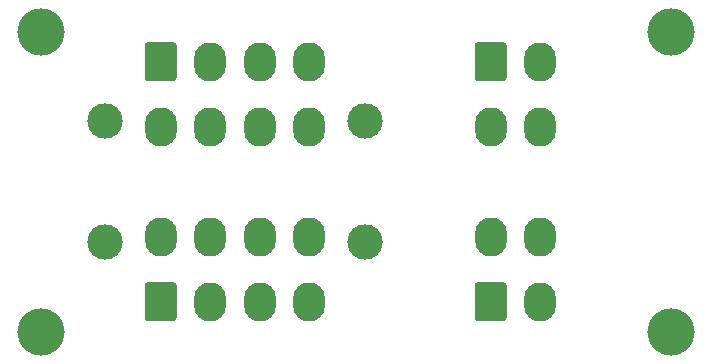
<source format=gbr>
%TF.GenerationSoftware,KiCad,Pcbnew,(5.1.9)-1*%
%TF.CreationDate,2021-11-10T12:24:04-07:00*%
%TF.ProjectId,ABSIS_Bulkhead_Connector,41425349-535f-4427-956c-6b686561645f,rev?*%
%TF.SameCoordinates,Original*%
%TF.FileFunction,Soldermask,Top*%
%TF.FilePolarity,Negative*%
%FSLAX46Y46*%
G04 Gerber Fmt 4.6, Leading zero omitted, Abs format (unit mm)*
G04 Created by KiCad (PCBNEW (5.1.9)-1) date 2021-11-10 12:24:04*
%MOMM*%
%LPD*%
G01*
G04 APERTURE LIST*
%ADD10O,2.700000X3.300000*%
%ADD11C,3.000000*%
%ADD12C,4.000000*%
G04 APERTURE END LIST*
D10*
%TO.C,J4*%
X146440000Y-78320000D03*
X142240000Y-78320000D03*
X146440000Y-83820000D03*
G36*
G01*
X140890000Y-85219999D02*
X140890000Y-82420001D01*
G75*
G02*
X141140001Y-82170000I250001J0D01*
G01*
X143339999Y-82170000D01*
G75*
G02*
X143590000Y-82420001I0J-250001D01*
G01*
X143590000Y-85219999D01*
G75*
G02*
X143339999Y-85470000I-250001J0D01*
G01*
X141140001Y-85470000D01*
G75*
G02*
X140890000Y-85219999I0J250001D01*
G01*
G37*
%TD*%
D11*
%TO.C,J3*%
X131600000Y-78780000D03*
X109600000Y-78780000D03*
D10*
X126900000Y-78320000D03*
X122700000Y-78320000D03*
X118500000Y-78320000D03*
X114300000Y-78320000D03*
X126900000Y-83820000D03*
X122700000Y-83820000D03*
X118500000Y-83820000D03*
G36*
G01*
X112950000Y-85219999D02*
X112950000Y-82420001D01*
G75*
G02*
X113200001Y-82170000I250001J0D01*
G01*
X115399999Y-82170000D01*
G75*
G02*
X115650000Y-82420001I0J-250001D01*
G01*
X115650000Y-85219999D01*
G75*
G02*
X115399999Y-85470000I-250001J0D01*
G01*
X113200001Y-85470000D01*
G75*
G02*
X112950000Y-85219999I0J250001D01*
G01*
G37*
%TD*%
%TO.C,J2*%
X146440000Y-69000000D03*
X142240000Y-69000000D03*
X146440000Y-63500000D03*
G36*
G01*
X140890000Y-64899999D02*
X140890000Y-62100001D01*
G75*
G02*
X141140001Y-61850000I250001J0D01*
G01*
X143339999Y-61850000D01*
G75*
G02*
X143590000Y-62100001I0J-250001D01*
G01*
X143590000Y-64899999D01*
G75*
G02*
X143339999Y-65150000I-250001J0D01*
G01*
X141140001Y-65150000D01*
G75*
G02*
X140890000Y-64899999I0J250001D01*
G01*
G37*
%TD*%
D11*
%TO.C,J1*%
X131600000Y-68540000D03*
X109600000Y-68540000D03*
D10*
X126900000Y-69000000D03*
X122700000Y-69000000D03*
X118500000Y-69000000D03*
X114300000Y-69000000D03*
X126900000Y-63500000D03*
X122700000Y-63500000D03*
X118500000Y-63500000D03*
G36*
G01*
X112950000Y-64899999D02*
X112950000Y-62100001D01*
G75*
G02*
X113200001Y-61850000I250001J0D01*
G01*
X115399999Y-61850000D01*
G75*
G02*
X115650000Y-62100001I0J-250001D01*
G01*
X115650000Y-64899999D01*
G75*
G02*
X115399999Y-65150000I-250001J0D01*
G01*
X113200001Y-65150000D01*
G75*
G02*
X112950000Y-64899999I0J250001D01*
G01*
G37*
%TD*%
D12*
%TO.C,H4*%
X104140000Y-86360000D03*
%TD*%
%TO.C,H3*%
X157480000Y-86360000D03*
%TD*%
%TO.C,H2*%
X157480000Y-60960000D03*
%TD*%
%TO.C,H1*%
X104140000Y-60960000D03*
%TD*%
M02*

</source>
